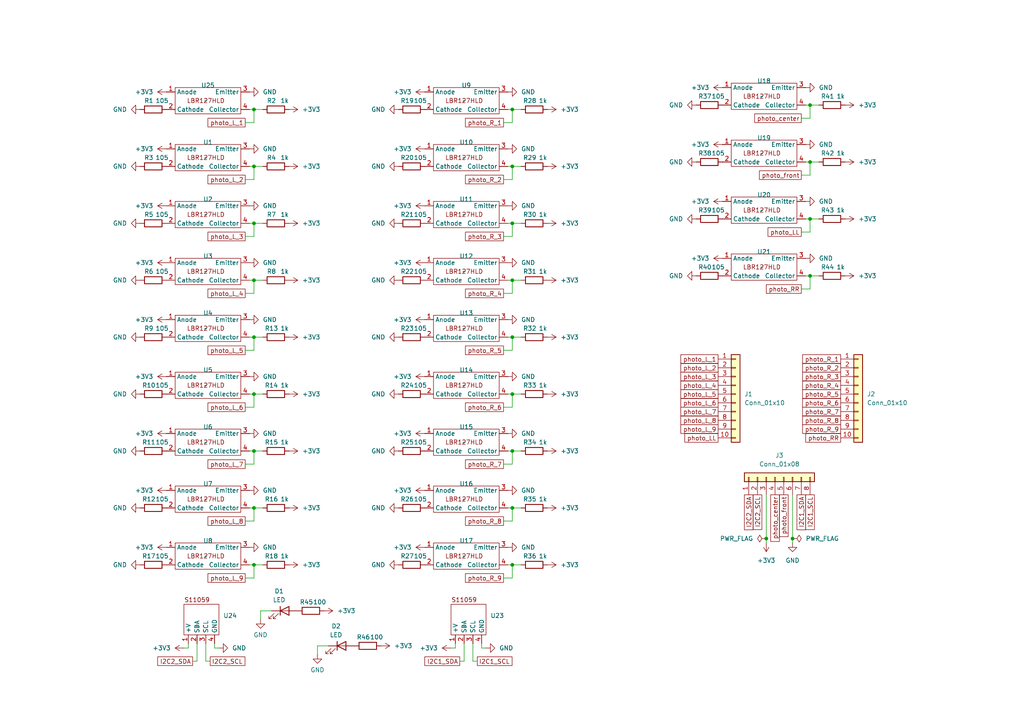
<source format=kicad_sch>
(kicad_sch (version 20230121) (generator eeschema)
  (paper "A4")
  (lib_symbols
    (symbol "Connector_Generic:Conn_01x08" (pin_names (offset 1.016) hide)
      (property "Reference" "J" (at 0 10.16 0))
      (property "Value" "Conn_01x08" (at 0 -12.7 0))
      (symbol "Conn_01x08_1_1"
        (pin passive line (at -5.08 7.62 0) (length 3.81) (name "Pin_1") (number "1"))
        (pin passive line (at -5.08 5.08 0) (length 3.81) (name "Pin_2") (number "2"))
        (pin passive line (at -5.08 2.54 0) (length 3.81) (name "Pin_3") (number "3"))
        (pin passive line (at -5.08 0 0) (length 3.81) (name "Pin_4") (number "4"))
        (pin passive line (at -5.08 -2.54 0) (length 3.81) (name "Pin_5") (number "5"))
        (pin passive line (at -5.08 -5.08 0) (length 3.81) (name "Pin_6") (number "6"))
        (pin passive line (at -5.08 -7.62 0) (length 3.81) (name "Pin_7") (number "7"))
        (pin passive line (at -5.08 -10.16 0) (length 3.81) (name "Pin_8") (number "8"))
      )
    )
    (symbol "Connector_Generic:Conn_01x10" (pin_names (offset 1.016) hide)
      (property "Reference" "J" (at 0 12.7 0))
      (property "Value" "Conn_01x10" (at 0 -15.24 0))
      (symbol "Conn_01x10_1_1"
        (pin passive line (at -5.08 10.16 0) (length 3.81) (name "Pin_1") (number "1"))
        (pin passive line (at -5.08 -12.7 0) (length 3.81) (name "Pin_10") (number "10"))
        (pin passive line (at -5.08 7.62 0) (length 3.81) (name "Pin_2") (number "2"))
        (pin passive line (at -5.08 5.08 0) (length 3.81) (name "Pin_3") (number "3"))
        (pin passive line (at -5.08 2.54 0) (length 3.81) (name "Pin_4") (number "4"))
        (pin passive line (at -5.08 0 0) (length 3.81) (name "Pin_5") (number "5"))
        (pin passive line (at -5.08 -2.54 0) (length 3.81) (name "Pin_6") (number "6"))
        (pin passive line (at -5.08 -5.08 0) (length 3.81) (name "Pin_7") (number "7"))
        (pin passive line (at -5.08 -7.62 0) (length 3.81) (name "Pin_8") (number "8"))
        (pin passive line (at -5.08 -10.16 0) (length 3.81) (name "Pin_9") (number "9"))
      )
    )
    (symbol "Device:LED" (pin_numbers hide) (pin_names (offset 1.016) hide)
      (property "Reference" "D" (at 0 2.54 0))
      (property "Value" "LED" (at 0 -2.54 0))
      (symbol "LED_1_1"
        (pin passive line (at -3.81 0 0) (length 2.54) (name "K") (number "1"))
        (pin passive line (at 3.81 0 180) (length 2.54) (name "A") (number "2"))
      )
    )
    (symbol "Device:R" (pin_numbers hide) (pin_names (offset 0))
      (property "Reference" "R" (at 2.032 0 90))
      (property "Value" "R" (at 0 0 90))
      (symbol "R_1_1"
        (pin passive line (at 0 3.81 270) (length 1.27) (name "~") (number "1"))
        (pin passive line (at 0 -3.81 90) (length 1.27) (name "~") (number "2"))
      )
    )
    (symbol "S11059:S11059"
      (property "Reference" "U" (at -2.54 10.16 0))
      (symbol "S11059_1_1"
        (text "S11059" (at 0 7.62 0) (effects (font (size 1.27 1.27))))
        (pin passive line (at -2.54 -5.08 90) (length 2.54) (name "+V") (number "1"))
        (pin passive line (at 0 -5.08 90) (length 2.54) (name "SDA") (number "2"))
        (pin passive line (at 2.54 -5.08 90) (length 2.54) (name "SCL") (number "3"))
        (pin passive line (at 5.08 -5.08 90) (length 2.54) (name "GND") (number "4"))
      )
    )
    (symbol "akiduki:LBR127HLD"
      (property "Reference" "U" (at 1.27 -5.08 0))
      (symbol "LBR127HLD_1_1"
        (text "LBR127HLD" (at 0 0 0) (effects (font (size 1.27 1.27))))
        (pin passive line (at -11.43 2.54 0) (length 2.54) (name "Anode") (number "1"))
        (pin passive line (at -11.43 -2.54 0) (length 2.54) (name "Cathode") (number "2"))
        (pin passive line (at 12.7 2.54 180) (length 2.54) (name "Emitter") (number "3"))
        (pin passive line (at 12.7 -2.54 180) (length 2.54) (name "Collector") (number "4"))
      )
    )
    (symbol "power:+3V3" (power) (pin_names (offset 0))
      (property "Value" "+3V3" (at 0 3.556 0))
      (symbol "+3V3_1_1"
        (pin power_in line (at 0 0 90) (length 0) hide (name "+3V3") (number "1"))
      )
    )
    (symbol "power:GND" (power) (pin_names (offset 0))
      (property "Value" "GND" (at 0 -3.81 0))
      (symbol "GND_1_1"
        (pin power_in line (at 0 0 270) (length 0) hide (name "GND") (number "1"))
      )
    )
    (symbol "power:PWR_FLAG" (power) (pin_numbers hide) (pin_names (offset 0) hide)
      (property "Value" "PWR_FLAG" (at 0 3.81 0))
      (symbol "PWR_FLAG_0_0"
        (pin power_out line (at 0 0 90) (length 0) (name "pwr") (number "1"))
      )
    )
  )
  (junction (at 148.59 64.77))
  (junction (at 148.59 31.75))
  (junction (at 148.59 163.83))
  (junction (at 234.95 46.99))
  (junction (at 148.59 147.32))
  (junction (at 73.66 147.32))
  (junction (at 234.95 63.5))
  (junction (at 148.59 81.28))
  (junction (at 73.66 31.75))
  (junction (at 73.66 64.77))
  (junction (at 148.59 114.3))
  (junction (at 234.95 30.48))
  (junction (at 234.95 80.01))
  (junction (at 73.66 81.28))
  (junction (at 222.25 156.21))
  (junction (at 73.66 97.79))
  (junction (at 148.59 48.26))
  (junction (at 73.66 114.3))
  (junction (at 73.66 163.83))
  (junction (at 73.66 48.26))
  (junction (at 148.59 130.81))
  (junction (at 73.66 130.81))
  (junction (at 148.59 97.79))
  (junction (at 229.87 156.21))
  (wire (pts (xy 146.05 85.09) (xy 148.59 85.09)))
  (wire (pts (xy 139.7 187.96) (xy 140.97 187.96)))
  (wire (pts (xy 148.59 114.3) (xy 147.32 114.3)))
  (wire (pts (xy 148.59 163.83) (xy 147.32 163.83)))
  (wire (pts (xy 73.66 68.58) (xy 73.66 64.77)))
  (wire (pts (xy 146.05 35.56) (xy 148.59 35.56)))
  (wire (pts (xy 71.12 52.07) (xy 73.66 52.07)))
  (wire (pts (xy 73.66 85.09) (xy 73.66 81.28)))
  (wire (pts (xy 76.2 163.83) (xy 73.66 163.83)))
  (wire (pts (xy 232.41 50.8) (xy 234.95 50.8)))
  (wire (pts (xy 148.59 81.28) (xy 147.32 81.28)))
  (wire (pts (xy 146.05 167.64) (xy 148.59 167.64)))
  (wire (pts (xy 232.41 34.29) (xy 234.95 34.29)))
  (wire (pts (xy 62.23 187.96) (xy 63.5 187.96)))
  (wire (pts (xy 59.69 191.77) (xy 60.96 191.77)))
  (wire (pts (xy 148.59 118.11) (xy 148.59 114.3)))
  (wire (pts (xy 146.05 151.13) (xy 148.59 151.13)))
  (wire (pts (xy 237.49 30.48) (xy 234.95 30.48)))
  (wire (pts (xy 151.13 48.26) (xy 148.59 48.26)))
  (wire (pts (xy 134.62 191.77) (xy 133.35 191.77)))
  (wire (pts (xy 148.59 134.62) (xy 148.59 130.81)))
  (wire (pts (xy 137.16 186.69) (xy 137.16 191.77)))
  (wire (pts (xy 146.05 118.11) (xy 148.59 118.11)))
  (wire (pts (xy 148.59 97.79) (xy 147.32 97.79)))
  (wire (pts (xy 76.2 81.28) (xy 73.66 81.28)))
  (wire (pts (xy 234.95 34.29) (xy 234.95 30.48)))
  (wire (pts (xy 73.66 48.26) (xy 72.39 48.26)))
  (wire (pts (xy 76.2 31.75) (xy 73.66 31.75)))
  (wire (pts (xy 59.69 186.69) (xy 59.69 191.77)))
  (wire (pts (xy 78.74 177.165) (xy 75.565 177.165)))
  (wire (pts (xy 146.05 134.62) (xy 148.59 134.62)))
  (wire (pts (xy 57.15 191.77) (xy 55.88 191.77)))
  (wire (pts (xy 139.7 186.69) (xy 139.7 187.96)))
  (wire (pts (xy 73.66 31.75) (xy 72.39 31.75)))
  (wire (pts (xy 73.66 118.11) (xy 73.66 114.3)))
  (wire (pts (xy 151.13 163.83) (xy 148.59 163.83)))
  (wire (pts (xy 73.66 101.6) (xy 73.66 97.79)))
  (wire (pts (xy 229.87 156.21) (xy 229.87 157.48)))
  (wire (pts (xy 234.95 83.82) (xy 234.95 80.01)))
  (wire (pts (xy 234.95 63.5) (xy 233.68 63.5)))
  (wire (pts (xy 73.66 134.62) (xy 73.66 130.81)))
  (wire (pts (xy 148.59 52.07) (xy 148.59 48.26)))
  (wire (pts (xy 53.34 187.96) (xy 54.61 187.96)))
  (wire (pts (xy 75.565 177.165) (xy 75.565 179.705)))
  (wire (pts (xy 130.81 187.96) (xy 132.08 187.96)))
  (wire (pts (xy 237.49 63.5) (xy 234.95 63.5)))
  (wire (pts (xy 148.59 101.6) (xy 148.59 97.79)))
  (wire (pts (xy 54.61 187.96) (xy 54.61 186.69)))
  (wire (pts (xy 137.16 191.77) (xy 138.43 191.77)))
  (wire (pts (xy 76.2 48.26) (xy 73.66 48.26)))
  (wire (pts (xy 146.05 68.58) (xy 148.59 68.58)))
  (wire (pts (xy 146.05 52.07) (xy 148.59 52.07)))
  (wire (pts (xy 234.95 80.01) (xy 233.68 80.01)))
  (wire (pts (xy 73.66 64.77) (xy 72.39 64.77)))
  (wire (pts (xy 148.59 68.58) (xy 148.59 64.77)))
  (wire (pts (xy 132.08 187.96) (xy 132.08 186.69)))
  (wire (pts (xy 232.41 67.31) (xy 234.95 67.31)))
  (wire (pts (xy 76.2 147.32) (xy 73.66 147.32)))
  (wire (pts (xy 148.59 151.13) (xy 148.59 147.32)))
  (wire (pts (xy 76.2 64.77) (xy 73.66 64.77)))
  (wire (pts (xy 232.41 83.82) (xy 234.95 83.82)))
  (wire (pts (xy 151.13 130.81) (xy 148.59 130.81)))
  (wire (pts (xy 62.23 186.69) (xy 62.23 187.96)))
  (wire (pts (xy 71.12 167.64) (xy 73.66 167.64)))
  (wire (pts (xy 71.12 68.58) (xy 73.66 68.58)))
  (wire (pts (xy 234.95 30.48) (xy 233.68 30.48)))
  (wire (pts (xy 148.59 31.75) (xy 147.32 31.75)))
  (wire (pts (xy 237.49 46.99) (xy 234.95 46.99)))
  (wire (pts (xy 57.15 186.69) (xy 57.15 191.77)))
  (wire (pts (xy 73.66 114.3) (xy 72.39 114.3)))
  (wire (pts (xy 146.05 101.6) (xy 148.59 101.6)))
  (wire (pts (xy 148.59 147.32) (xy 147.32 147.32)))
  (wire (pts (xy 237.49 80.01) (xy 234.95 80.01)))
  (wire (pts (xy 76.2 97.79) (xy 73.66 97.79)))
  (wire (pts (xy 148.59 167.64) (xy 148.59 163.83)))
  (wire (pts (xy 73.66 52.07) (xy 73.66 48.26)))
  (wire (pts (xy 148.59 35.56) (xy 148.59 31.75)))
  (wire (pts (xy 134.62 186.69) (xy 134.62 191.77)))
  (wire (pts (xy 76.2 130.81) (xy 73.66 130.81)))
  (wire (pts (xy 71.12 35.56) (xy 73.66 35.56)))
  (wire (pts (xy 71.12 118.11) (xy 73.66 118.11)))
  (wire (pts (xy 234.95 46.99) (xy 233.68 46.99)))
  (wire (pts (xy 148.59 130.81) (xy 147.32 130.81)))
  (wire (pts (xy 148.59 48.26) (xy 147.32 48.26)))
  (wire (pts (xy 73.66 130.81) (xy 72.39 130.81)))
  (wire (pts (xy 73.66 151.13) (xy 73.66 147.32)))
  (wire (pts (xy 222.25 143.51) (xy 222.25 156.21)))
  (wire (pts (xy 73.66 163.83) (xy 72.39 163.83)))
  (wire (pts (xy 151.13 147.32) (xy 148.59 147.32)))
  (wire (pts (xy 73.66 167.64) (xy 73.66 163.83)))
  (wire (pts (xy 73.66 81.28) (xy 72.39 81.28)))
  (wire (pts (xy 71.12 151.13) (xy 73.66 151.13)))
  (wire (pts (xy 73.66 97.79) (xy 72.39 97.79)))
  (wire (pts (xy 234.95 50.8) (xy 234.95 46.99)))
  (wire (pts (xy 234.95 67.31) (xy 234.95 63.5)))
  (wire (pts (xy 229.87 143.51) (xy 229.87 156.21)))
  (wire (pts (xy 151.13 114.3) (xy 148.59 114.3)))
  (wire (pts (xy 95.25 187.325) (xy 92.075 187.325)))
  (wire (pts (xy 151.13 81.28) (xy 148.59 81.28)))
  (wire (pts (xy 151.13 31.75) (xy 148.59 31.75)))
  (wire (pts (xy 151.13 64.77) (xy 148.59 64.77)))
  (wire (pts (xy 71.12 85.09) (xy 73.66 85.09)))
  (wire (pts (xy 73.66 35.56) (xy 73.66 31.75)))
  (wire (pts (xy 71.12 134.62) (xy 73.66 134.62)))
  (wire (pts (xy 76.2 114.3) (xy 73.66 114.3)))
  (wire (pts (xy 148.59 85.09) (xy 148.59 81.28)))
  (wire (pts (xy 71.12 101.6) (xy 73.66 101.6)))
  (wire (pts (xy 151.13 97.79) (xy 148.59 97.79)))
  (wire (pts (xy 148.59 64.77) (xy 147.32 64.77)))
  (wire (pts (xy 92.075 187.325) (xy 92.075 189.865)))
  (wire (pts (xy 222.25 156.21) (xy 222.25 157.48)))
  (wire (pts (xy 73.66 147.32) (xy 72.39 147.32)))
  (global_label "photo_R_2" (shape passive) (at 243.84 106.68 180) (property "Intersheetrefs" "${INTERSHEET_REFS}" (effects hide)))
  (global_label "photo_R_7" (shape passive) (at 243.84 119.38 180) (property "Intersheetrefs" "${INTERSHEET_REFS}" (effects hide)))
  (global_label "photo_center" (shape passive) (at 224.79 143.51 270) (property "Intersheetrefs" "${INTERSHEET_REFS}" (effects hide)))
  (global_label "photo_L_1" (shape passive) (at 71.12 35.56 180) (property "Intersheetrefs" "${INTERSHEET_REFS}" (effects hide)))
  (global_label "photo_R_1" (shape passive) (at 243.84 104.14 180) (property "Intersheetrefs" "${INTERSHEET_REFS}" (effects hide)))
  (global_label "photo_L_5" (shape passive) (at 71.12 101.6 180) (property "Intersheetrefs" "${INTERSHEET_REFS}" (effects hide)))
  (global_label "photo_L_6" (shape passive) (at 71.12 118.11 180) (property "Intersheetrefs" "${INTERSHEET_REFS}" (effects hide)))
  (global_label "photo_R_9" (shape passive) (at 146.05 167.64 180) (property "Intersheetrefs" "${INTERSHEET_REFS}" (effects hide)))
  (global_label "photo_R_3" (shape passive) (at 243.84 109.22 180) (property "Intersheetrefs" "${INTERSHEET_REFS}" (effects hide)))
  (global_label "photo_L_5" (shape passive) (at 208.28 114.3 180) (property "Intersheetrefs" "${INTERSHEET_REFS}" (effects hide)))
  (global_label "I2C2_SDA" (shape passive) (at 55.88 191.77 180) (property "Intersheetrefs" "${INTERSHEET_REFS}" (effects hide)))
  (global_label "I2C2_SCL" (shape passive) (at 60.96 191.77 0) (property "Intersheetrefs" "${INTERSHEET_REFS}" (effects hide)))
  (global_label "photo_LL" (shape passive) (at 208.28 127 180) (property "Intersheetrefs" "${INTERSHEET_REFS}" (effects hide)))
  (global_label "photo_front" (shape passive) (at 232.41 50.8 180) (property "Intersheetrefs" "${INTERSHEET_REFS}" (effects hide)))
  (global_label "photo_L_7" (shape passive) (at 71.12 134.62 180) (property "Intersheetrefs" "${INTERSHEET_REFS}" (effects hide)))
  (global_label "I2C2_SDA" (shape passive) (at 217.17 143.51 270) (property "Intersheetrefs" "${INTERSHEET_REFS}" (effects hide)))
  (global_label "I2C1_SCL" (shape passive) (at 234.95 143.51 270) (property "Intersheetrefs" "${INTERSHEET_REFS}" (effects hide)))
  (global_label "photo_R_4" (shape passive) (at 243.84 111.76 180) (property "Intersheetrefs" "${INTERSHEET_REFS}" (effects hide)))
  (global_label "photo_L_8" (shape passive) (at 71.12 151.13 180) (property "Intersheetrefs" "${INTERSHEET_REFS}" (effects hide)))
  (global_label "photo_L_3" (shape passive) (at 71.12 68.58 180) (property "Intersheetrefs" "${INTERSHEET_REFS}" (effects hide)))
  (global_label "photo_R_6" (shape passive) (at 243.84 116.84 180) (property "Intersheetrefs" "${INTERSHEET_REFS}" (effects hide)))
  (global_label "photo_L_1" (shape passive) (at 208.28 104.14 180) (property "Intersheetrefs" "${INTERSHEET_REFS}" (effects hide)))
  (global_label "photo_RR" (shape passive) (at 232.41 83.82 180) (property "Intersheetrefs" "${INTERSHEET_REFS}" (effects hide)))
  (global_label "photo_front" (shape passive) (at 227.33 143.51 270) (property "Intersheetrefs" "${INTERSHEET_REFS}" (effects hide)))
  (global_label "photo_L_9" (shape passive) (at 208.28 124.46 180) (property "Intersheetrefs" "${INTERSHEET_REFS}" (effects hide)))
  (global_label "I2C1_SCL" (shape passive) (at 138.43 191.77 0) (property "Intersheetrefs" "${INTERSHEET_REFS}" (effects hide)))
  (global_label "I2C2_SCL" (shape passive) (at 219.71 143.51 270) (property "Intersheetrefs" "${INTERSHEET_REFS}" (effects hide)))
  (global_label "photo_L_9" (shape passive) (at 71.12 167.64 180) (property "Intersheetrefs" "${INTERSHEET_REFS}" (effects hide)))
  (global_label "photo_R_3" (shape passive) (at 146.05 68.58 180) (property "Intersheetrefs" "${INTERSHEET_REFS}" (effects hide)))
  (global_label "photo_L_7" (shape passive) (at 208.28 119.38 180) (property "Intersheetrefs" "${INTERSHEET_REFS}" (effects hide)))
  (global_label "photo_L_4" (shape passive) (at 71.12 85.09 180) (property "Intersheetrefs" "${INTERSHEET_REFS}" (effects hide)))
  (global_label "photo_R_9" (shape passive) (at 243.84 124.46 180) (property "Intersheetrefs" "${INTERSHEET_REFS}" (effects hide)))
  (global_label "photo_LL" (shape passive) (at 232.41 67.31 180) (property "Intersheetrefs" "${INTERSHEET_REFS}" (effects hide)))
  (global_label "photo_R_2" (shape passive) (at 146.05 52.07 180) (property "Intersheetrefs" "${INTERSHEET_REFS}" (effects hide)))
  (global_label "photo_R_7" (shape passive) (at 146.05 134.62 180) (property "Intersheetrefs" "${INTERSHEET_REFS}" (effects hide)))
  (global_label "photo_L_2" (shape passive) (at 208.28 106.68 180) (property "Intersheetrefs" "${INTERSHEET_REFS}" (effects hide)))
  (global_label "photo_R_4" (shape passive) (at 146.05 85.09 180) (property "Intersheetrefs" "${INTERSHEET_REFS}" (effects hide)))
  (global_label "photo_L_2" (shape passive) (at 71.12 52.07 180) (property "Intersheetrefs" "${INTERSHEET_REFS}" (effects hide)))
  (global_label "photo_L_4" (shape passive) (at 208.28 111.76 180) (property "Intersheetrefs" "${INTERSHEET_REFS}" (effects hide)))
  (global_label "I2C1_SDA" (shape passive) (at 133.35 191.77 180) (property "Intersheetrefs" "${INTERSHEET_REFS}" (effects hide)))
  (global_label "photo_R_6" (shape passive) (at 146.05 118.11 180) (property "Intersheetrefs" "${INTERSHEET_REFS}" (effects hide)))
  (global_label "photo_L_8" (shape passive) (at 208.28 121.92 180) (property "Intersheetrefs" "${INTERSHEET_REFS}" (effects hide)))
  (global_label "photo_L_6" (shape passive) (at 208.28 116.84 180) (property "Intersheetrefs" "${INTERSHEET_REFS}" (effects hide)))
  (global_label "photo_center" (shape passive) (at 232.41 34.29 180) (property "Intersheetrefs" "${INTERSHEET_REFS}" (effects hide)))
  (global_label "photo_R_8" (shape passive) (at 243.84 121.92 180) (property "Intersheetrefs" "${INTERSHEET_REFS}" (effects hide)))
  (global_label "photo_R_1" (shape passive) (at 146.05 35.56 180) (property "Intersheetrefs" "${INTERSHEET_REFS}" (effects hide)))
  (global_label "photo_L_3" (shape passive) (at 208.28 109.22 180) (property "Intersheetrefs" "${INTERSHEET_REFS}" (effects hide)))
  (global_label "photo_R_5" (shape passive) (at 243.84 114.3 180) (property "Intersheetrefs" "${INTERSHEET_REFS}" (effects hide)))
  (global_label "photo_RR" (shape passive) (at 243.84 127 180) (property "Intersheetrefs" "${INTERSHEET_REFS}" (effects hide)))
  (global_label "I2C1_SDA" (shape passive) (at 232.41 143.51 270) (property "Intersheetrefs" "${INTERSHEET_REFS}" (effects hide)))
  (global_label "photo_R_5" (shape passive) (at 146.05 101.6 180) (property "Intersheetrefs" "${INTERSHEET_REFS}" (effects hide)))
  (global_label "photo_R_8" (shape passive) (at 146.05 151.13 180) (property "Intersheetrefs" "${INTERSHEET_REFS}" (effects hide)))
  (symbol (lib_id "power:+3V3") (at 222.25 157.48 180) (unit 1)
    (property "Reference" "#PWR093" (effects hide))
    (property "Value" "+3V3" (at 222.25 162.56 0))
  )
  (symbol (lib_id "power:+3V3") (at 48.26 109.22 90) (unit 1)
    (property "Reference" "#PWR022" (effects hide))
    (property "Value" "+3V3" (at 44.45 109.22 90) (effects (justify left)))
  )
  (symbol (lib_id "power:+3V3") (at 158.75 130.81 270) (unit 1)
    (property "Reference" "#PWR070" (effects hide))
    (property "Value" "+3V3" (at 162.56 130.81 90) (effects (justify left)))
  )
  (symbol (lib_id "akiduki:LBR127HLD") (at 134.62 29.21 0) (unit 1)
    (property "Reference" "U9" (at 135.255 24.765 0))
    (property "Value" "~" (at 134.62 29.21 0))
    (property "Footprint" "Akiduki:LBR127HLD" (effects hide))
  )
  (symbol (lib_id "power:+3V3") (at 83.82 130.81 270) (unit 1)
    (property "Reference" "#PWR031" (effects hide))
    (property "Value" "+3V3" (at 87.63 130.81 90) (effects (justify left)))
  )
  (symbol (lib_id "power:+3V3") (at 158.75 97.79 270) (unit 1)
    (property "Reference" "#PWR068" (effects hide))
    (property "Value" "+3V3" (at 162.56 97.79 90) (effects (justify left)))
  )
  (symbol (lib_id "power:GND") (at 72.39 158.75 90) (unit 1)
    (property "Reference" "#PWR035" (effects hide))
    (property "Value" "GND" (at 76.2 158.75 90) (effects (justify right)))
  )
  (symbol (lib_id "Device:R") (at 44.45 130.81 270) (unit 1)
    (property "Reference" "R11" (at 43.18 128.27 90))
    (property "Value" "105" (at 46.99 128.27 90))
    (property "Footprint" "Resistor_SMD:R_0603_1608Metric" (effects hide))
    (property "LCSC" "C128061" (effects hide))
  )
  (symbol (lib_id "power:+3V3") (at 123.19 142.24 90) (unit 1)
    (property "Reference" "#PWR053" (effects hide))
    (property "Value" "+3V3" (at 119.38 142.24 90) (effects (justify left)))
  )
  (symbol (lib_id "power:+3V3") (at 123.19 92.71 90) (unit 1)
    (property "Reference" "#PWR050" (effects hide))
    (property "Value" "+3V3" (at 119.38 92.71 90) (effects (justify left)))
  )
  (symbol (lib_id "Device:LED") (at 99.06 187.325 0) (unit 1)
    (property "Reference" "D2" (at 97.4725 181.61 0))
    (property "Value" "LED" (at 97.4725 184.15 0))
    (property "Footprint" "LED_THT:LED_D5.0mm" (effects hide))
  )
  (symbol (lib_id "Device:R") (at 119.38 81.28 270) (unit 1)
    (property "Reference" "R22" (at 118.11 78.74 90))
    (property "Value" "105" (at 121.92 78.74 90))
    (property "Footprint" "Resistor_SMD:R_0603_1608Metric" (effects hide))
    (property "LCSC" "C128061" (effects hide))
  )
  (symbol (lib_id "power:GND") (at 147.32 92.71 90) (unit 1)
    (property "Reference" "#PWR059" (effects hide))
    (property "Value" "GND" (at 151.13 92.71 90) (effects (justify right)))
  )
  (symbol (lib_id "Device:R") (at 44.45 48.26 270) (unit 1)
    (property "Reference" "R3" (at 43.18 45.72 90))
    (property "Value" "105" (at 46.99 45.72 90))
    (property "Footprint" "Resistor_SMD:R_0603_1608Metric" (effects hide))
    (property "LCSC" "C128061" (effects hide))
  )
  (symbol (lib_id "power:GND") (at 115.57 81.28 270) (unit 1)
    (property "Reference" "#PWR040" (effects hide))
    (property "Value" "GND" (at 111.76 81.28 90) (effects (justify right)))
  )
  (symbol (lib_id "S11059:S11059") (at 134.62 181.61 0) (unit 1)
    (property "Reference" "U23" (at 142.24 178.5592 0) (effects (justify left)))
    (property "Value" "~" (at 134.62 181.61 0))
    (property "Footprint" "S11059:S11059" (effects hide))
  )
  (symbol (lib_id "Device:R") (at 119.38 97.79 270) (unit 1)
    (property "Reference" "R23" (at 118.11 95.25 90))
    (property "Value" "105" (at 121.92 95.25 90))
    (property "Footprint" "Resistor_SMD:R_0603_1608Metric" (effects hide))
    (property "LCSC" "C128061" (effects hide))
  )
  (symbol (lib_id "power:+3V3") (at 123.19 26.67 90) (unit 1)
    (property "Reference" "#PWR046" (effects hide))
    (property "Value" "+3V3" (at 119.38 26.67 90) (effects (justify left)))
  )
  (symbol (lib_id "Device:R") (at 80.01 147.32 270) (unit 1)
    (property "Reference" "R16" (at 78.74 144.78 90))
    (property "Value" "1k" (at 82.55 144.78 90))
    (property "Footprint" "Resistor_SMD:R_1206_3216Metric" (effects hide))
    (property "LCSC" "C138242" (effects hide))
  )
  (symbol (lib_id "power:GND") (at 40.64 64.77 270) (unit 1)
    (property "Reference" "#PWR09" (effects hide))
    (property "Value" "GND" (at 36.83 64.77 90) (effects (justify right)))
  )
  (symbol (lib_id "Device:R") (at 119.38 48.26 270) (unit 1)
    (property "Reference" "R20" (at 118.11 45.72 90))
    (property "Value" "105" (at 121.92 45.72 90))
    (property "Footprint" "Resistor_SMD:R_0603_1608Metric" (effects hide))
    (property "LCSC" "C128061" (effects hide))
  )
  (symbol (lib_id "power:GND") (at 147.32 158.75 90) (unit 1)
    (property "Reference" "#PWR063" (effects hide))
    (property "Value" "GND" (at 151.13 158.75 90) (effects (justify right)))
  )
  (symbol (lib_id "power:+3V3") (at 123.19 43.18 90) (unit 1)
    (property "Reference" "#PWR047" (effects hide))
    (property "Value" "+3V3" (at 119.38 43.18 90) (effects (justify left)))
  )
  (symbol (lib_id "power:GND") (at 233.68 41.91 90) (unit 1)
    (property "Reference" "#PWR082" (effects hide))
    (property "Value" "GND" (at 237.49 41.91 90) (effects (justify right)))
  )
  (symbol (lib_id "power:GND") (at 229.87 157.48 0) (unit 1)
    (property "Reference" "#PWR094" (effects hide))
    (property "Value" "GND" (at 229.87 162.56 0))
  )
  (symbol (lib_id "power:+3V3") (at 209.55 25.4 90) (unit 1)
    (property "Reference" "#PWR077" (effects hide))
    (property "Value" "+3V3" (at 205.74 25.4 90) (effects (justify left)))
  )
  (symbol (lib_id "akiduki:LBR127HLD") (at 220.98 60.96 0) (unit 1)
    (property "Reference" "U20" (at 221.615 56.515 0))
    (property "Value" "~" (at 220.98 60.96 0))
    (property "Footprint" "Akiduki:LBR127HLD" (effects hide))
  )
  (symbol (lib_id "power:GND") (at 40.64 163.83 270) (unit 1)
    (property "Reference" "#PWR033" (effects hide))
    (property "Value" "GND" (at 36.83 163.83 90) (effects (justify right)))
  )
  (symbol (lib_id "power:+3V3") (at 53.34 187.96 90) (unit 1)
    (property "Reference" "#PWR091" (effects hide))
    (property "Value" "+3V3" (at 49.53 187.96 90) (effects (justify left)))
  )
  (symbol (lib_id "akiduki:LBR127HLD") (at 220.98 44.45 0) (unit 1)
    (property "Reference" "U19" (at 221.615 40.005 0))
    (property "Value" "~" (at 220.98 44.45 0))
    (property "Footprint" "Akiduki:LBR127HLD" (effects hide))
  )
  (symbol (lib_id "Connector_Generic:Conn_01x08") (at 224.79 138.43 90) (unit 1)
    (property "Reference" "J3" (at 226.06 132.08 90))
    (property "Value" "Conn_01x08" (at 226.06 134.62 90))
    (property "Footprint" "Connector_PinHeader_2.54mm:PinHeader_1x08_P2.54mm_Vertical" (effects hide))
  )
  (symbol (lib_id "power:GND") (at 63.5 187.96 90) (unit 1)
    (property "Reference" "#PWR092" (effects hide))
    (property "Value" "GND" (at 67.31 187.96 90) (effects (justify right)))
  )
  (symbol (lib_id "akiduki:LBR127HLD") (at 59.69 95.25 0) (unit 1)
    (property "Reference" "U4" (at 60.325 90.805 0))
    (property "Value" "~" (at 59.69 95.25 0))
    (property "Footprint" "Akiduki:LBR127HLD" (effects hide))
  )
  (symbol (lib_id "power:+3V3") (at 83.82 163.83 270) (unit 1)
    (property "Reference" "#PWR036" (effects hide))
    (property "Value" "+3V3" (at 87.63 163.83 90) (effects (justify left)))
  )
  (symbol (lib_id "power:+3V3") (at 110.49 187.325 270) (unit 1)
    (property "Reference" "#PWR098" (effects hide))
    (property "Value" "+3V3" (at 114.3 187.325 90) (effects (justify left)))
  )
  (symbol (lib_id "power:+3V3") (at 48.26 158.75 90) (unit 1)
    (property "Reference" "#PWR034" (effects hide))
    (property "Value" "+3V3" (at 44.45 158.75 90) (effects (justify left)))
  )
  (symbol (lib_id "akiduki:LBR127HLD") (at 59.69 62.23 0) (unit 1)
    (property "Reference" "U2" (at 60.325 57.785 0))
    (property "Value" "~" (at 59.69 62.23 0))
    (property "Footprint" "Akiduki:LBR127HLD" (effects hide))
  )
  (symbol (lib_id "power:GND") (at 72.39 125.73 90) (unit 1)
    (property "Reference" "#PWR027" (effects hide))
    (property "Value" "GND" (at 76.2 125.73 90) (effects (justify right)))
  )
  (symbol (lib_id "power:PWR_FLAG") (at 229.87 156.21 270) (unit 1)
    (property "Reference" "#FLG02" (effects hide))
    (property "Value" "PWR_FLAG" (at 233.68 156.21 90) (effects (justify left)))
  )
  (symbol (lib_id "Device:R") (at 119.38 147.32 270) (unit 1)
    (property "Reference" "R26" (at 118.11 144.78 90))
    (property "Value" "105" (at 121.92 144.78 90))
    (property "Footprint" "Resistor_SMD:R_0603_1608Metric" (effects hide))
    (property "LCSC" "C128061" (effects hide))
  )
  (symbol (lib_id "Device:R") (at 154.94 130.81 270) (unit 1)
    (property "Reference" "R34" (at 153.67 128.27 90))
    (property "Value" "1k" (at 157.48 128.27 90))
    (property "Footprint" "Resistor_SMD:R_1206_3216Metric" (effects hide))
    (property "LCSC" "C138242" (effects hide))
  )
  (symbol (lib_id "Device:R") (at 241.3 30.48 270) (unit 1)
    (property "Reference" "R41" (at 240.03 27.94 90))
    (property "Value" "1k" (at 243.84 27.94 90))
    (property "Footprint" "Resistor_SMD:R_1206_3216Metric" (effects hide))
    (property "LCSC" "C138242" (effects hide))
  )
  (symbol (lib_id "power:+3V3") (at 209.55 58.42 90) (unit 1)
    (property "Reference" "#PWR079" (effects hide))
    (property "Value" "+3V3" (at 205.74 58.42 90) (effects (justify left)))
  )
  (symbol (lib_id "power:+3V3") (at 158.75 163.83 270) (unit 1)
    (property "Reference" "#PWR072" (effects hide))
    (property "Value" "+3V3" (at 162.56 163.83 90) (effects (justify left)))
  )
  (symbol (lib_id "Device:R") (at 44.45 64.77 270) (unit 1)
    (property "Reference" "R5" (at 43.18 62.23 90))
    (property "Value" "105" (at 46.99 62.23 90))
    (property "Footprint" "Resistor_SMD:R_0603_1608Metric" (effects hide))
    (property "LCSC" "C128061" (effects hide))
  )
  (symbol (lib_id "power:GND") (at 233.68 25.4 90) (unit 1)
    (property "Reference" "#PWR081" (effects hide))
    (property "Value" "GND" (at 237.49 25.4 90) (effects (justify right)))
  )
  (symbol (lib_id "power:+3V3") (at 83.82 114.3 270) (unit 1)
    (property "Reference" "#PWR030" (effects hide))
    (property "Value" "+3V3" (at 87.63 114.3 90) (effects (justify left)))
  )
  (symbol (lib_id "Device:R") (at 44.45 114.3 270) (unit 1)
    (property "Reference" "R10" (at 43.18 111.76 90))
    (property "Value" "105" (at 46.99 111.76 90))
    (property "Footprint" "Resistor_SMD:R_0603_1608Metric" (effects hide))
    (property "LCSC" "C128061" (effects hide))
  )
  (symbol (lib_id "power:GND") (at 75.565 179.705 0) (unit 1)
    (property "Reference" "#PWR095" (effects hide))
    (property "Value" "GND" (at 75.565 184.15 0))
  )
  (symbol (lib_id "power:GND") (at 40.64 48.26 270) (unit 1)
    (property "Reference" "#PWR05" (effects hide))
    (property "Value" "GND" (at 36.83 48.26 90) (effects (justify right)))
  )
  (symbol (lib_id "power:+3V3") (at 83.82 97.79 270) (unit 1)
    (property "Reference" "#PWR029" (effects hide))
    (property "Value" "+3V3" (at 87.63 97.79 90) (effects (justify left)))
  )
  (symbol (lib_id "Device:R") (at 241.3 46.99 270) (unit 1)
    (property "Reference" "R42" (at 240.03 44.45 90))
    (property "Value" "1k" (at 243.84 44.45 90))
    (property "Footprint" "Resistor_SMD:R_1206_3216Metric" (effects hide))
    (property "LCSC" "C138242" (effects hide))
  )
  (symbol (lib_id "power:+3V3") (at 83.82 48.26 270) (unit 1)
    (property "Reference" "#PWR08" (effects hide))
    (property "Value" "+3V3" (at 87.63 48.26 90) (effects (justify left)))
  )
  (symbol (lib_id "akiduki:LBR127HLD") (at 59.69 128.27 0) (unit 1)
    (property "Reference" "U6" (at 60.325 123.825 0))
    (property "Value" "~" (at 59.69 128.27 0))
    (property "Footprint" "Akiduki:LBR127HLD" (effects hide))
  )
  (symbol (lib_id "power:GND") (at 233.68 74.93 90) (unit 1)
    (property "Reference" "#PWR084" (effects hide))
    (property "Value" "GND" (at 237.49 74.93 90) (effects (justify right)))
  )
  (symbol (lib_id "power:+3V3") (at 130.81 187.96 90) (unit 1)
    (property "Reference" "#PWR089" (effects hide))
    (property "Value" "+3V3" (at 127 187.96 90) (effects (justify left)))
  )
  (symbol (lib_id "power:+3V3") (at 123.19 76.2 90) (unit 1)
    (property "Reference" "#PWR049" (effects hide))
    (property "Value" "+3V3" (at 119.38 76.2 90) (effects (justify left)))
  )
  (symbol (lib_id "S11059:S11059") (at 57.15 181.61 0) (unit 1)
    (property "Reference" "U24" (at 64.77 178.5592 0) (effects (justify left)))
    (property "Value" "~" (at 57.15 181.61 0))
    (property "Footprint" "S11059:S11059" (effects hide))
  )
  (symbol (lib_id "power:GND") (at 72.39 76.2 90) (unit 1)
    (property "Reference" "#PWR014" (effects hide))
    (property "Value" "GND" (at 76.2 76.2 90) (effects (justify right)))
  )
  (symbol (lib_id "power:GND") (at 115.57 147.32 270) (unit 1)
    (property "Reference" "#PWR044" (effects hide))
    (property "Value" "GND" (at 111.76 147.32 90) (effects (justify right)))
  )
  (symbol (lib_id "power:+3V3") (at 83.82 147.32 270) (unit 1)
    (property "Reference" "#PWR032" (effects hide))
    (property "Value" "+3V3" (at 87.63 147.32 90) (effects (justify left)))
  )
  (symbol (lib_id "power:+3V3") (at 245.11 63.5 270) (unit 1)
    (property "Reference" "#PWR087" (effects hide))
    (property "Value" "+3V3" (at 248.92 63.5 90) (effects (justify left)))
  )
  (symbol (lib_id "akiduki:LBR127HLD") (at 134.62 45.72 0) (unit 1)
    (property "Reference" "U10" (at 135.255 41.275 0))
    (property "Value" "~" (at 134.62 45.72 0))
    (property "Footprint" "Akiduki:LBR127HLD" (effects hide))
  )
  (symbol (lib_id "Device:R") (at 119.38 163.83 270) (unit 1)
    (property "Reference" "R27" (at 118.11 161.29 90))
    (property "Value" "105" (at 121.92 161.29 90))
    (property "Footprint" "Resistor_SMD:R_0603_1608Metric" (effects hide))
    (property "LCSC" "C128061" (effects hide))
  )
  (symbol (lib_id "Device:R") (at 205.74 46.99 270) (unit 1)
    (property "Reference" "R38" (at 204.47 44.45 90))
    (property "Value" "105" (at 208.28 44.45 90))
    (property "Footprint" "Resistor_SMD:R_0603_1608Metric" (effects hide))
    (property "LCSC" "C128061" (effects hide))
  )
  (symbol (lib_id "power:GND") (at 40.64 31.75 270) (unit 1)
    (property "Reference" "#PWR01" (effects hide))
    (property "Value" "GND" (at 36.83 31.75 90) (effects (justify right)))
  )
  (symbol (lib_id "power:GND") (at 201.93 30.48 270) (unit 1)
    (property "Reference" "#PWR073" (effects hide))
    (property "Value" "GND" (at 198.12 30.48 90) (effects (justify right)))
  )
  (symbol (lib_id "power:+3V3") (at 48.26 125.73 90) (unit 1)
    (property "Reference" "#PWR023" (effects hide))
    (property "Value" "+3V3" (at 44.45 125.73 90) (effects (justify left)))
  )
  (symbol (lib_id "Device:R") (at 205.74 30.48 270) (unit 1)
    (property "Reference" "R37" (at 204.47 27.94 90))
    (property "Value" "105" (at 208.28 27.94 90))
    (property "Footprint" "Resistor_SMD:R_0603_1608Metric" (effects hide))
    (property "LCSC" "C128061" (effects hide))
  )
  (symbol (lib_id "power:GND") (at 147.32 59.69 90) (unit 1)
    (property "Reference" "#PWR057" (effects hide))
    (property "Value" "GND" (at 151.13 59.69 90) (effects (justify right)))
  )
  (symbol (lib_id "akiduki:LBR127HLD") (at 220.98 77.47 0) (unit 1)
    (property "Reference" "U21" (at 221.615 73.025 0))
    (property "Value" "~" (at 220.98 77.47 0))
    (property "Footprint" "Akiduki:LBR127HLD" (effects hide))
  )
  (symbol (lib_id "Device:R") (at 154.94 163.83 270) (unit 1)
    (property "Reference" "R36" (at 153.67 161.29 90))
    (property "Value" "1k" (at 157.48 161.29 90))
    (property "Footprint" "Resistor_SMD:R_1206_3216Metric" (effects hide))
    (property "LCSC" "C138242" (effects hide))
  )
  (symbol (lib_id "akiduki:LBR127HLD") (at 134.62 128.27 0) (unit 1)
    (property "Reference" "U15" (at 135.255 123.825 0))
    (property "Value" "~" (at 134.62 128.27 0))
    (property "Footprint" "Akiduki:LBR127HLD" (effects hide))
  )
  (symbol (lib_id "power:GND") (at 40.64 81.28 270) (unit 1)
    (property "Reference" "#PWR010" (effects hide))
    (property "Value" "GND" (at 36.83 81.28 90) (effects (justify right)))
  )
  (symbol (lib_id "power:GND") (at 40.64 97.79 270) (unit 1)
    (property "Reference" "#PWR017" (effects hide))
    (property "Value" "GND" (at 36.83 97.79 90) (effects (justify right)))
  )
  (symbol (lib_id "Connector_Generic:Conn_01x10") (at 213.36 114.3 0) (unit 1)
    (property "Reference" "J1" (at 215.9 114.3 0) (effects (justify left)))
    (property "Value" "Conn_01x10" (at 215.9 116.84 0) (effects (justify left)))
    (property "Footprint" "Connector_PinHeader_2.54mm:PinHeader_1x10_P2.54mm_Vertical" (effects hide))
  )
  (symbol (lib_id "power:+3V3") (at 245.11 30.48 270) (unit 1)
    (property "Reference" "#PWR085" (effects hide))
    (property "Value" "+3V3" (at 248.92 30.48 90) (effects (justify left)))
  )
  (symbol (lib_id "power:GND") (at 233.68 58.42 90) (unit 1)
    (property "Reference" "#PWR083" (effects hide))
    (property "Value" "GND" (at 237.49 58.42 90) (effects (justify right)))
  )
  (symbol (lib_id "power:GND") (at 72.39 109.22 90) (unit 1)
    (property "Reference" "#PWR026" (effects hide))
    (property "Value" "GND" (at 76.2 109.22 90) (effects (justify right)))
  )
  (symbol (lib_id "power:GND") (at 115.57 64.77 270) (unit 1)
    (property "Reference" "#PWR039" (effects hide))
    (property "Value" "GND" (at 111.76 64.77 90) (effects (justify right)))
  )
  (symbol (lib_id "Device:R") (at 80.01 97.79 270) (unit 1)
    (property "Reference" "R13" (at 78.74 95.25 90))
    (property "Value" "1k" (at 82.55 95.25 90))
    (property "Footprint" "Resistor_SMD:R_1206_3216Metric" (effects hide))
    (property "LCSC" "C138242" (effects hide))
  )
  (symbol (lib_id "akiduki:LBR127HLD") (at 134.62 78.74 0) (unit 1)
    (property "Reference" "U12" (at 135.255 74.295 0))
    (property "Value" "~" (at 134.62 78.74 0))
    (property "Footprint" "Akiduki:LBR127HLD" (effects hide))
  )
  (symbol (lib_id "Device:R") (at 119.38 114.3 270) (unit 1)
    (property "Reference" "R24" (at 118.11 111.76 90))
    (property "Value" "105" (at 121.92 111.76 90))
    (property "Footprint" "Resistor_SMD:R_0603_1608Metric" (effects hide))
    (property "LCSC" "C128061" (effects hide))
  )
  (symbol (lib_id "power:+3V3") (at 158.75 147.32 270) (unit 1)
    (property "Reference" "#PWR071" (effects hide))
    (property "Value" "+3V3" (at 162.56 147.32 90) (effects (justify left)))
  )
  (symbol (lib_id "power:+3V3") (at 123.19 125.73 90) (unit 1)
    (property "Reference" "#PWR052" (effects hide))
    (property "Value" "+3V3" (at 119.38 125.73 90) (effects (justify left)))
  )
  (symbol (lib_id "power:GND") (at 147.32 76.2 90) (unit 1)
    (property "Reference" "#PWR058" (effects hide))
    (property "Value" "GND" (at 151.13 76.2 90) (effects (justify right)))
  )
  (symbol (lib_id "power:+3V3") (at 209.55 41.91 90) (unit 1)
    (property "Reference" "#PWR078" (effects hide))
    (property "Value" "+3V3" (at 205.74 41.91 90) (effects (justify left)))
  )
  (symbol (lib_id "power:GND") (at 147.32 125.73 90) (unit 1)
    (property "Reference" "#PWR061" (effects hide))
    (property "Value" "GND" (at 151.13 125.73 90) (effects (justify right)))
  )
  (symbol (lib_id "power:GND") (at 72.39 26.67 90) (unit 1)
    (property "Reference" "#PWR02" (effects hide))
    (property "Value" "GND" (at 76.2 26.67 90) (effects (justify right)))
  )
  (symbol (lib_id "power:GND") (at 147.32 26.67 90) (unit 1)
    (property "Reference" "#PWR055" (effects hide))
    (property "Value" "GND" (at 151.13 26.67 90) (effects (justify right)))
  )
  (symbol (lib_id "power:GND") (at 72.39 59.69 90) (unit 1)
    (property "Reference" "#PWR013" (effects hide))
    (property "Value" "GND" (at 76.2 59.69 90) (effects (justify right)))
  )
  (symbol (lib_id "Device:R") (at 44.45 31.75 270) (unit 1)
    (property "Reference" "R1" (at 43.18 29.21 90))
    (property "Value" "105" (at 46.99 29.21 90))
    (property "Footprint" "Resistor_SMD:R_0603_1608Metric" (effects hide))
    (property "LCSC" "C128061" (effects hide))
  )
  (symbol (lib_id "Device:R") (at 44.45 97.79 270) (unit 1)
    (property "Reference" "R9" (at 43.18 95.25 90))
    (property "Value" "105" (at 46.99 95.25 90))
    (property "Footprint" "Resistor_SMD:R_0603_1608Metric" (effects hide))
    (property "LCSC" "C128061" (effects hide))
  )
  (symbol (lib_id "akiduki:LBR127HLD") (at 220.98 27.94 0) (unit 1)
    (property "Reference" "U18" (at 221.615 23.495 0))
    (property "Value" "~" (at 220.98 27.94 0))
    (property "Footprint" "Akiduki:LBR127HLD" (effects hide))
  )
  (symbol (lib_id "akiduki:LBR127HLD") (at 134.62 144.78 0) (unit 1)
    (property "Reference" "U16" (at 135.255 140.335 0))
    (property "Value" "~" (at 134.62 144.78 0))
    (property "Footprint" "Akiduki:LBR127HLD" (effects hide))
  )
  (symbol (lib_id "power:GND") (at 115.57 48.26 270) (unit 1)
    (property "Reference" "#PWR038" (effects hide))
    (property "Value" "GND" (at 111.76 48.26 90) (effects (justify right)))
  )
  (symbol (lib_id "power:GND") (at 72.39 92.71 90) (unit 1)
    (property "Reference" "#PWR025" (effects hide))
    (property "Value" "GND" (at 76.2 92.71 90) (effects (justify right)))
  )
  (symbol (lib_id "power:GND") (at 40.64 114.3 270) (unit 1)
    (property "Reference" "#PWR018" (effects hide))
    (property "Value" "GND" (at 36.83 114.3 90) (effects (justify right)))
  )
  (symbol (lib_id "power:+3V3") (at 158.75 31.75 270) (unit 1)
    (property "Reference" "#PWR064" (effects hide))
    (property "Value" "+3V3" (at 162.56 31.75 90) (effects (justify left)))
  )
  (symbol (lib_id "Device:R") (at 80.01 163.83 270) (unit 1)
    (property "Reference" "R18" (at 78.74 161.29 90))
    (property "Value" "1k" (at 82.55 161.29 90))
    (property "Footprint" "Resistor_SMD:R_1206_3216Metric" (effects hide))
    (property "LCSC" "C138242" (effects hide))
  )
  (symbol (lib_id "Device:R") (at 80.01 81.28 270) (unit 1)
    (property "Reference" "R8" (at 78.74 78.74 90))
    (property "Value" "1k" (at 82.55 78.74 90))
    (property "Footprint" "Resistor_SMD:R_1206_3216Metric" (effects hide))
    (property "LCSC" "C138242" (effects hide))
  )
  (symbol (lib_id "Device:LED") (at 82.55 177.165 0) (unit 1)
    (property "Reference" "D1" (at 80.9625 171.45 0))
    (property "Value" "LED" (at 80.9625 173.99 0))
    (property "Footprint" "LED_THT:LED_D5.0mm" (effects hide))
  )
  (symbol (lib_id "Device:R") (at 241.3 63.5 270) (unit 1)
    (property "Reference" "R43" (at 240.03 60.96 90))
    (property "Value" "1k" (at 243.84 60.96 90))
    (property "Footprint" "Resistor_SMD:R_1206_3216Metric" (effects hide))
    (property "LCSC" "C138242" (effects hide))
  )
  (symbol (lib_id "power:GND") (at 147.32 109.22 90) (unit 1)
    (property "Reference" "#PWR060" (effects hide))
    (property "Value" "GND" (at 151.13 109.22 90) (effects (justify right)))
  )
  (symbol (lib_id "akiduki:LBR127HLD") (at 134.62 62.23 0) (unit 1)
    (property "Reference" "U11" (at 135.255 57.785 0))
    (property "Value" "~" (at 134.62 62.23 0))
    (property "Footprint" "Akiduki:LBR127HLD" (effects hide))
  )
  (symbol (lib_id "power:+3V3") (at 48.26 43.18 90) (unit 1)
    (property "Reference" "#PWR06" (effects hide))
    (property "Value" "+3V3" (at 44.45 43.18 90) (effects (justify left)))
  )
  (symbol (lib_id "power:GND") (at 115.57 163.83 270) (unit 1)
    (property "Reference" "#PWR045" (effects hide))
    (property "Value" "GND" (at 111.76 163.83 90) (effects (justify right)))
  )
  (symbol (lib_id "Device:R") (at 154.94 147.32 270) (unit 1)
    (property "Reference" "R35" (at 153.67 144.78 90))
    (property "Value" "1k" (at 157.48 144.78 90))
    (property "Footprint" "Resistor_SMD:R_1206_3216Metric" (effects hide))
    (property "LCSC" "C138242" (effects hide))
  )
  (symbol (lib_id "power:GND") (at 115.57 114.3 270) (unit 1)
    (property "Reference" "#PWR042" (effects hide))
    (property "Value" "GND" (at 111.76 114.3 90) (effects (justify right)))
  )
  (symbol (lib_id "Device:R") (at 106.68 187.325 270) (unit 1)
    (property "Reference" "R46" (at 105.41 184.785 90))
    (property "Value" "100" (at 109.22 184.785 90))
    (property "Footprint" "Resistor_SMD:R_0805_2012Metric" (effects hide))
    (property "LCSC" "C304103" (effects hide))
  )
  (symbol (lib_id "Device:R") (at 80.01 114.3 270) (unit 1)
    (property "Reference" "R14" (at 78.74 111.76 90))
    (property "Value" "1k" (at 82.55 111.76 90))
    (property "Footprint" "Resistor_SMD:R_1206_3216Metric" (effects hide))
    (property "LCSC" "C138242" (effects hide))
  )
  (symbol (lib_id "power:GND") (at 115.57 31.75 270) (unit 1)
    (property "Reference" "#PWR037" (effects hide))
    (property "Value" "GND" (at 111.76 31.75 90) (effects (justify right)))
  )
  (symbol (lib_id "Device:R") (at 154.94 114.3 270) (unit 1)
    (property "Reference" "R33" (at 153.67 111.76 90))
    (property "Value" "1k" (at 157.48 111.76 90))
    (property "Footprint" "Resistor_SMD:R_1206_3216Metric" (effects hide))
    (property "LCSC" "C138242" (effects hide))
  )
  (symbol (lib_id "Device:R") (at 119.38 130.81 270) (unit 1)
    (property "Reference" "R25" (at 118.11 128.27 90))
    (property "Value" "105" (at 121.92 128.27 90))
    (property "Footprint" "Resistor_SMD:R_0603_1608Metric" (effects hide))
    (property "LCSC" "C128061" (effects hide))
  )
  (symbol (lib_id "power:GND") (at 40.64 147.32 270) (unit 1)
    (property "Reference" "#PWR020" (effects hide))
    (property "Value" "GND" (at 36.83 147.32 90) (effects (justify right)))
  )
  (symbol (lib_id "power:+3V3") (at 83.82 64.77 270) (unit 1)
    (property "Reference" "#PWR015" (effects hide))
    (property "Value" "+3V3" (at 87.63 64.77 90) (effects (justify left)))
  )
  (symbol (lib_id "Device:R") (at 44.45 147.32 270) (unit 1)
    (property "Reference" "R12" (at 43.18 144.78 90))
    (property "Value" "105" (at 46.99 144.78 90))
    (property "Footprint" "Resistor_SMD:R_0603_1608Metric" (effects hide))
    (property "LCSC" "C128061" (effects hide))
  )
  (symbol (lib_id "power:+3V3") (at 48.26 92.71 90) (unit 1)
    (property "Reference" "#PWR021" (effects hide))
    (property "Value" "+3V3" (at 44.45 92.71 90) (effects (justify left)))
  )
  (symbol (lib_id "power:+3V3") (at 245.11 46.99 270) (unit 1)
    (property "Reference" "#PWR086" (effects hide))
    (property "Value" "+3V3" (at 248.92 46.99 90) (effects (justify left)))
  )
  (symbol (lib_id "Device:R") (at 154.94 97.79 270) (unit 1)
    (property "Reference" "R32" (at 153.67 95.25 90))
    (property "Value" "1k" (at 157.48 95.25 90))
    (property "Footprint" "Resistor_SMD:R_1206_3216Metric" (effects hide))
    (property "LCSC" "C138242" (effects hide))
  )
  (symbol (lib_id "power:+3V3") (at 93.98 177.165 270) (unit 1)
    (property "Reference" "#PWR096" (effects hide))
    (property "Value" "+3V3" (at 97.79 177.165 90) (effects (justify left)))
  )
  (symbol (lib_id "power:GND") (at 147.32 43.18 90) (unit 1)
    (property "Reference" "#PWR056" (effects hide))
    (property "Value" "GND" (at 151.13 43.18 90) (effects (justify right)))
  )
  (symbol (lib_id "Device:R") (at 154.94 48.26 270) (unit 1)
    (property "Reference" "R29" (at 153.67 45.72 90))
    (property "Value" "1k" (at 157.48 45.72 90))
    (property "Footprint" "Resistor_SMD:R_1206_3216Metric" (effects hide))
    (property "LCSC" "C138242" (effects hide))
  )
  (symbol (lib_id "power:+3V3") (at 83.82 81.28 270) (unit 1)
    (property "Reference" "#PWR016" (effects hide))
    (property "Value" "+3V3" (at 87.63 81.28 90) (effects (justify left)))
  )
  (symbol (lib_id "power:GND") (at 140.97 187.96 90) (unit 1)
    (property "Reference" "#PWR090" (effects hide))
    (property "Value" "GND" (at 144.78 187.96 90) (effects (justify right)))
  )
  (symbol (lib_id "power:GND") (at 201.93 46.99 270) (unit 1)
    (property "Reference" "#PWR074" (effects hide))
    (property "Value" "GND" (at 198.12 46.99 90) (effects (justify right)))
  )
  (symbol (lib_id "power:GND") (at 115.57 130.81 270) (unit 1)
    (property "Reference" "#PWR043" (effects hide))
    (property "Value" "GND" (at 111.76 130.81 90) (effects (justify right)))
  )
  (symbol (lib_id "akiduki:LBR127HLD") (at 59.69 29.21 0) (unit 1)
    (property "Reference" "U25" (at 60.325 24.765 0))
    (property "Value" "~" (at 59.69 29.21 0))
    (property "Footprint" "Akiduki:LBR127HLD" (effects hide))
  )
  (symbol (lib_id "akiduki:LBR127HLD") (at 59.69 144.78 0) (unit 1)
    (property "Reference" "U7" (at 60.325 140.335 0))
    (property "Value" "~" (at 59.69 144.78 0))
    (property "Footprint" "Akiduki:LBR127HLD" (effects hide))
  )
  (symbol (lib_id "power:+3V3") (at 48.26 142.24 90) (unit 1)
    (property "Reference" "#PWR024" (effects hide))
    (property "Value" "+3V3" (at 44.45 142.24 90) (effects (justify left)))
  )
  (symbol (lib_id "Device:R") (at 80.01 48.26 270) (unit 1)
    (property "Reference" "R4" (at 78.74 45.72 90))
    (property "Value" "1k" (at 82.55 45.72 90))
    (property "Footprint" "Resistor_SMD:R_1206_3216Metric" (effects hide))
    (property "LCSC" "C138242" (effects hide))
  )
  (symbol (lib_id "power:+3V3") (at 158.75 64.77 270) (unit 1)
    (property "Reference" "#PWR066" (effects hide))
    (property "Value" "+3V3" (at 162.56 64.77 90) (effects (justify left)))
  )
  (symbol (lib_id "power:+3V3") (at 209.55 74.93 90) (unit 1)
    (property "Reference" "#PWR080" (effects hide))
    (property "Value" "+3V3" (at 205.74 74.93 90) (effects (justify left)))
  )
  (symbol (lib_id "Device:R") (at 154.94 31.75 270) (unit 1)
    (property "Reference" "R28" (at 153.67 29.21 90))
    (property "Value" "1k" (at 157.48 29.21 90))
    (property "Footprint" "Resistor_SMD:R_1206_3216Metric" (effects hide))
    (property "LCSC" "C138242" (effects hide))
  )
  (symbol (lib_id "Device:R") (at 205.74 80.01 270) (unit 1)
    (property "Reference" "R40" (at 204.47 77.47 90))
    (property "Value" "105" (at 208.28 77.47 90))
    (property "Footprint" "Resistor_SMD:R_0603_1608Metric" (effects hide))
    (property "LCSC" "C128061" (effects hide))
  )
  (symbol (lib_id "power:+3V3") (at 83.82 31.75 270) (unit 1)
    (property "Reference" "#PWR04" (effects hide))
    (property "Value" "+3V3" (at 87.63 31.75 90) (effects (justify left)))
  )
  (symbol (lib_id "Device:R") (at 44.45 163.83 270) (unit 1)
    (property "Reference" "R17" (at 43.18 161.29 90))
    (property "Value" "105" (at 46.99 161.29 90))
    (property "Footprint" "Resistor_SMD:R_0603_1608Metric" (effects hide))
    (property "LCSC" "C128061" (effects hide))
  )
  (symbol (lib_id "Device:R") (at 44.45 81.28 270) (unit 1)
    (property "Reference" "R6" (at 43.18 78.74 90))
    (property "Value" "105" (at 46.99 78.74 90))
    (property "Footprint" "Resistor_SMD:R_0603_1608Metric" (effects hide))
    (property "LCSC" "C128061" (effects hide))
  )
  (symbol (lib_id "akiduki:LBR127HLD") (at 59.69 161.29 0) (unit 1)
    (property "Reference" "U8" (at 60.325 156.845 0))
    (property "Value" "~" (at 59.69 161.29 0))
    (property "Footprint" "Akiduki:LBR127HLD" (effects hide))
  )
  (symbol (lib_id "Device:R") (at 80.01 64.77 270) (unit 1)
    (property "Reference" "R7" (at 78.74 62.23 90))
    (property "Value" "1k" (at 82.55 62.23 90))
    (property "Footprint" "Resistor_SMD:R_1206_3216Metric" (effects hide))
    (property "LCSC" "C138242" (effects hide))
  )
  (symbol (lib_id "akiduki:LBR127HLD") (at 59.69 78.74 0) (unit 1)
    (property "Reference" "U3" (at 60.325 74.295 0))
    (property "Value" "~" (at 59.69 78.74 0))
    (property "Footprint" "Akiduki:LBR127HLD" (effects hide))
  )
  (symbol (lib_id "power:+3V3") (at 123.19 158.75 90) (unit 1)
    (property "Reference" "#PWR054" (effects hide))
    (property "Value" "+3V3" (at 119.38 158.75 90) (effects (justify left)))
  )
  (symbol (lib_id "power:GND") (at 72.39 142.24 90) (unit 1)
    (property "Reference" "#PWR028" (effects hide))
    (property "Value" "GND" (at 76.2 142.24 90) (effects (justify right)))
  )
  (symbol (lib_id "akiduki:LBR127HLD") (at 134.62 95.25 0) (unit 1)
    (property "Reference" "U13" (at 135.255 90.805 0))
    (property "Value" "~" (at 134.62 95.25 0))
    (property "Footprint" "Akiduki:LBR127HLD" (effects hide))
  )
  (symbol (lib_id "Connector_Generic:Conn_01x10") (at 248.92 114.3 0) (unit 1)
    (property "Reference" "J2" (at 251.46 114.3 0) (effects (justify left)))
    (property "Value" "Conn_01x10" (at 251.46 116.84 0) (effects (justify left)))
    (property "Footprint" "Connector_PinHeader_2.54mm:PinHeader_1x10_P2.54mm_Vertical" (effects hide))
  )
  (symbol (lib_id "Device:R") (at 80.01 31.75 270) (unit 1)
    (property "Reference" "R2" (at 78.74 29.21 90))
    (property "Value" "1k" (at 82.55 29.21 90))
    (property "Footprint" "Resistor_SMD:R_1206_3216Metric" (effects hide))
    (property "LCSC" "C138242" (effects hide))
  )
  (symbol (lib_id "power:GND") (at 115.57 97.79 270) (unit 1)
    (property "Reference" "#PWR041" (effects hide))
    (property "Value" "GND" (at 111.76 97.79 90) (effects (justify right)))
  )
  (symbol (lib_id "akiduki:LBR127HLD") (at 59.69 111.76 0) (unit 1)
    (property "Reference" "U5" (at 60.325 107.315 0))
    (property "Value" "~" (at 59.69 111.76 0))
    (property "Footprint" "Akiduki:LBR127HLD" (effects hide))
  )
  (symbol (lib_id "Device:R") (at 119.38 64.77 270) (unit 1)
    (property "Reference" "R21" (at 118.11 62.23 90))
    (property "Value" "105" (at 121.92 62.23 90))
    (property "Footprint" "Resistor_SMD:R_0603_1608Metric" (effects hide))
    (property "LCSC" "C128061" (effects hide))
  )
  (symbol (lib_id "power:GND") (at 40.64 130.81 270) (unit 1)
    (property "Reference" "#PWR019" (effects hide))
    (property "Value" "GND" (at 36.83 130.81 90) (effects (justify right)))
  )
  (symbol (lib_id "power:+3V3") (at 245.11 80.01 270) (unit 1)
    (property "Reference" "#PWR088" (effects hide))
    (property "Value" "+3V3" (at 248.92 80.01 90) (effects (justify left)))
  )
  (symbol (lib_id "Device:R") (at 241.3 80.01 270) (unit 1)
    (property "Reference" "R44" (at 240.03 77.47 90))
    (property "Value" "1k" (at 243.84 77.47 90))
    (property "Footprint" "Resistor_SMD:R_1206_3216Metric" (effects hide))
    (property "LCSC" "C138242" (effects hide))
  )
  (symbol (lib_id "power:PWR_FLAG") (at 222.25 156.21 90) (unit 1)
    (property "Reference" "#FLG01" (effects hide))
    (property "Value" "PWR_FLAG" (at 218.44 156.21 90) (effects (justify left)))
  )
  (symbol (lib_id "power:GND") (at 92.075 189.865 0) (unit 1)
    (property "Reference" "#PWR097" (effects hide))
    (property "Value" "GND" (at 92.075 194.31 0))
  )
  (symbol (lib_id "Device:R") (at 119.38 31.75 270) (unit 1)
    (property "Reference" "R19" (at 118.11 29.21 90))
    (property "Value" "105" (at 121.92 29.21 90))
    (property "Footprint" "Resistor_SMD:R_0603_1608Metric" (effects hide))
    (property "LCSC" "C128061" (effects hide))
  )
  (symbol (lib_id "power:GND") (at 201.93 63.5 270) (unit 1)
    (property "Reference" "#PWR075" (effects hide))
    (property "Value" "GND" (at 198.12 63.5 90) (effects (justify right)))
  )
  (symbol (lib_id "power:+3V3") (at 48.26 59.69 90) (unit 1)
    (property "Reference" "#PWR011" (effects hide))
    (property "Value" "+3V3" (at 44.45 59.69 90) (effects (justify left)))
  )
  (symbol (lib_id "akiduki:LBR127HLD") (at 134.62 111.76 0) (unit 1)
    (property "Reference" "U14" (at 135.255 107.315 0))
    (property "Value" "~" (at 134.62 111.76 0))
    (property "Footprint" "Akiduki:LBR127HLD" (effects hide))
  )
  (symbol (lib_id "power:+3V3") (at 48.26 76.2 90) (unit 1)
    (property "Reference" "#PWR012" (effects hide))
    (property "Value" "+3V3" (at 44.45 76.2 90) (effects (justify left)))
  )
  (symbol (lib_id "akiduki:LBR127HLD") (at 134.62 161.29 0) (unit 1)
    (property "Reference" "U17" (at 135.255 156.845 0))
    (property "Value" "~" (at 134.62 161.29 0))
    (property "Footprint" "Akiduki:LBR127HLD" (effects hide))
  )
  (symbol (lib_id "power:+3V3") (at 158.75 81.28 270) (unit 1)
    (property "Reference" "#PWR067" (effects hide))
    (property "Value" "+3V3" (at 162.56 81.28 90) (effects (justify left)))
  )
  (symbol (lib_id "Device:R") (at 154.94 64.77 270) (unit 1)
    (property "Reference" "R30" (at 153.67 62.23 90))
    (property "Value" "1k" (at 157.48 62.23 90))
    (property "Footprint" "Resistor_SMD:R_1206_3216Metric" (effects hide))
    (property "LCSC" "C138242" (effects hide))
  )
  (symbol (lib_id "power:+3V3") (at 48.26 26.67 90) (unit 1)
    (property "Reference" "#PWR03" (effects hide))
    (property "Value" "+3V3" (at 44.45 26.67 90) (effects (justify left)))
  )
  (symbol (lib_id "Device:R") (at 154.94 81.28 270) (unit 1)
    (property "Reference" "R31" (at 153.67 78.74 90))
    (property "Value" "1k" (at 157.48 78.74 90))
    (property "Footprint" "Resistor_SMD:R_1206_3216Metric" (effects hide))
    (property "LCSC" "C138242" (effects hide))
  )
  (symbol (lib_id "power:+3V3") (at 123.19 59.69 90) (unit 1)
    (property "Reference" "#PWR048" (effects hide))
    (property "Value" "+3V3" (at 119.38 59.69 90) (effects (justify left)))
  )
  (symbol (lib_id "power:+3V3") (at 158.75 114.3 270) (unit 1)
    (property "Reference" "#PWR069" (effects hide))
    (property "Value" "+3V3" (at 162.56 114.3 90) (effects (justify left)))
  )
  (symbol (lib_id "power:GND") (at 72.39 43.18 90) (unit 1)
    (property "Reference" "#PWR07" (effects hide))
    (property "Value" "GND" (at 76.2 43.18 90) (effects (justify right)))
  )
  (symbol (lib_id "power:+3V3") (at 123.19 109.22 90) (unit 1)
    (property "Reference" "#PWR051" (effects hide))
    (property "Value" "+3V3" (at 119.38 109.22 90) (effects (justify left)))
  )
  (symbol (lib_id "akiduki:LBR127HLD") (at 59.69 45.72 0) (unit 1)
    (property "Reference" "U1" (at 60.325 41.275 0))
    (property "Value" "~" (at 59.69 45.72 0))
    (property "Footprint" "Akiduki:LBR127HLD" (effects hide))
  )
  (symbol (lib_id "power:+3V3") (at 158.75 48.26 270) (unit 1)
    (property "Reference" "#PWR065" (effects hide))
    (property "Value" "+3V3" (at 162.56 48.26 90) (effects (justify left)))
  )
  (symbol (lib_id "power:GND") (at 147.32 142.24 90) (unit 1)
    (property "Reference" "#PWR062" (effects hide))
    (property "Value" "GND" (at 151.13 142.24 90) (effects (justify right)))
  )
  (symbol (lib_id "Device:R") (at 205.74 63.5 270) (unit 1)
    (property "Reference" "R39" (at 204.47 60.96 90))
    (property "Value" "105" (at 208.28 60.96 90))
    (property "Footprint" "Resistor_SMD:R_0603_1608Metric" (effects hide))
    (property "LCSC" "C128061" (effects hide))
  )
  (symbol (lib_id "Device:R") (at 90.17 177.165 270) (unit 1)
    (property "Reference" "R45" (at 88.9 174.625 90))
    (property "Value" "100" (at 92.71 174.625 90))
    (property "Footprint" "Resistor_SMD:R_0805_2012Metric" (effects hide))
    (property "LCSC" "C304103" (effects hide))
  )
  (symbol (lib_id "power:GND") (at 201.93 80.01 270) (unit 1)
    (property "Reference" "#PWR076" (effects hide))
    (property "Value" "GND" (at 198.12 80.01 90) (effects (justify right)))
  )
  (symbol (lib_id "Device:R") (at 80.01 130.81 270) (unit 1)
    (property "Reference" "R15" (at 78.74 128.27 90))
    (property "Value" "1k" (at 82.55 128.27 90))
    (property "Footprint" "Resistor_SMD:R_1206_3216Metric" (effects hide))
    (property "LCSC" "C138242" (effects hide))
  )
)
</source>
